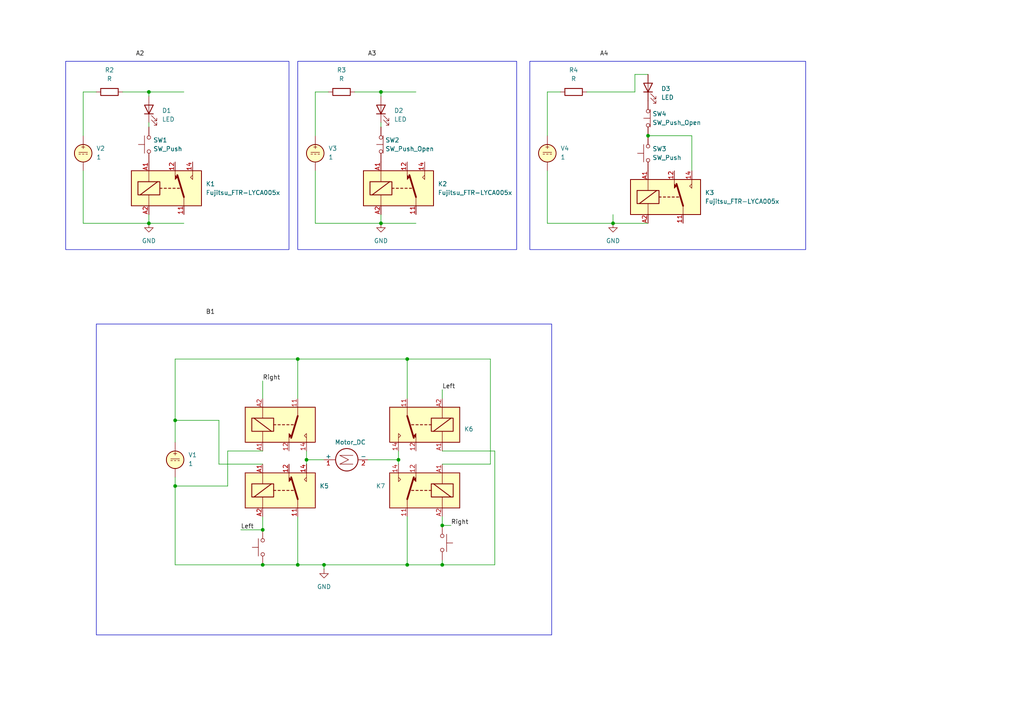
<source format=kicad_sch>
(kicad_sch
	(version 20231120)
	(generator "eeschema")
	(generator_version "8.0")
	(uuid "1839f523-6686-4f13-b2c1-09b01316b0b6")
	(paper "A4")
	(lib_symbols
		(symbol "Device:LED"
			(pin_numbers hide)
			(pin_names
				(offset 1.016) hide)
			(exclude_from_sim no)
			(in_bom yes)
			(on_board yes)
			(property "Reference" "D"
				(at 0 2.54 0)
				(effects
					(font
						(size 1.27 1.27)
					)
				)
			)
			(property "Value" "LED"
				(at 0 -2.54 0)
				(effects
					(font
						(size 1.27 1.27)
					)
				)
			)
			(property "Footprint" ""
				(at 0 0 0)
				(effects
					(font
						(size 1.27 1.27)
					)
					(hide yes)
				)
			)
			(property "Datasheet" "~"
				(at 0 0 0)
				(effects
					(font
						(size 1.27 1.27)
					)
					(hide yes)
				)
			)
			(property "Description" "Light emitting diode"
				(at 0 0 0)
				(effects
					(font
						(size 1.27 1.27)
					)
					(hide yes)
				)
			)
			(property "ki_keywords" "LED diode"
				(at 0 0 0)
				(effects
					(font
						(size 1.27 1.27)
					)
					(hide yes)
				)
			)
			(property "ki_fp_filters" "LED* LED_SMD:* LED_THT:*"
				(at 0 0 0)
				(effects
					(font
						(size 1.27 1.27)
					)
					(hide yes)
				)
			)
			(symbol "LED_0_1"
				(polyline
					(pts
						(xy -1.27 -1.27) (xy -1.27 1.27)
					)
					(stroke
						(width 0.254)
						(type default)
					)
					(fill
						(type none)
					)
				)
				(polyline
					(pts
						(xy -1.27 0) (xy 1.27 0)
					)
					(stroke
						(width 0)
						(type default)
					)
					(fill
						(type none)
					)
				)
				(polyline
					(pts
						(xy 1.27 -1.27) (xy 1.27 1.27) (xy -1.27 0) (xy 1.27 -1.27)
					)
					(stroke
						(width 0.254)
						(type default)
					)
					(fill
						(type none)
					)
				)
				(polyline
					(pts
						(xy -3.048 -0.762) (xy -4.572 -2.286) (xy -3.81 -2.286) (xy -4.572 -2.286) (xy -4.572 -1.524)
					)
					(stroke
						(width 0)
						(type default)
					)
					(fill
						(type none)
					)
				)
				(polyline
					(pts
						(xy -1.778 -0.762) (xy -3.302 -2.286) (xy -2.54 -2.286) (xy -3.302 -2.286) (xy -3.302 -1.524)
					)
					(stroke
						(width 0)
						(type default)
					)
					(fill
						(type none)
					)
				)
			)
			(symbol "LED_1_1"
				(pin passive line
					(at -3.81 0 0)
					(length 2.54)
					(name "K"
						(effects
							(font
								(size 1.27 1.27)
							)
						)
					)
					(number "1"
						(effects
							(font
								(size 1.27 1.27)
							)
						)
					)
				)
				(pin passive line
					(at 3.81 0 180)
					(length 2.54)
					(name "A"
						(effects
							(font
								(size 1.27 1.27)
							)
						)
					)
					(number "2"
						(effects
							(font
								(size 1.27 1.27)
							)
						)
					)
				)
			)
		)
		(symbol "Device:R"
			(pin_numbers hide)
			(pin_names
				(offset 0)
			)
			(exclude_from_sim no)
			(in_bom yes)
			(on_board yes)
			(property "Reference" "R"
				(at 2.032 0 90)
				(effects
					(font
						(size 1.27 1.27)
					)
				)
			)
			(property "Value" "R"
				(at 0 0 90)
				(effects
					(font
						(size 1.27 1.27)
					)
				)
			)
			(property "Footprint" ""
				(at -1.778 0 90)
				(effects
					(font
						(size 1.27 1.27)
					)
					(hide yes)
				)
			)
			(property "Datasheet" "~"
				(at 0 0 0)
				(effects
					(font
						(size 1.27 1.27)
					)
					(hide yes)
				)
			)
			(property "Description" "Resistor"
				(at 0 0 0)
				(effects
					(font
						(size 1.27 1.27)
					)
					(hide yes)
				)
			)
			(property "ki_keywords" "R res resistor"
				(at 0 0 0)
				(effects
					(font
						(size 1.27 1.27)
					)
					(hide yes)
				)
			)
			(property "ki_fp_filters" "R_*"
				(at 0 0 0)
				(effects
					(font
						(size 1.27 1.27)
					)
					(hide yes)
				)
			)
			(symbol "R_0_1"
				(rectangle
					(start -1.016 -2.54)
					(end 1.016 2.54)
					(stroke
						(width 0.254)
						(type default)
					)
					(fill
						(type none)
					)
				)
			)
			(symbol "R_1_1"
				(pin passive line
					(at 0 3.81 270)
					(length 1.27)
					(name "~"
						(effects
							(font
								(size 1.27 1.27)
							)
						)
					)
					(number "1"
						(effects
							(font
								(size 1.27 1.27)
							)
						)
					)
				)
				(pin passive line
					(at 0 -3.81 90)
					(length 1.27)
					(name "~"
						(effects
							(font
								(size 1.27 1.27)
							)
						)
					)
					(number "2"
						(effects
							(font
								(size 1.27 1.27)
							)
						)
					)
				)
			)
		)
		(symbol "Motor:Motor_DC"
			(pin_names
				(offset 0)
			)
			(exclude_from_sim no)
			(in_bom yes)
			(on_board yes)
			(property "Reference" "M"
				(at 2.54 2.54 0)
				(effects
					(font
						(size 1.27 1.27)
					)
					(justify left)
				)
			)
			(property "Value" "Motor_DC"
				(at 2.54 -5.08 0)
				(effects
					(font
						(size 1.27 1.27)
					)
					(justify left top)
				)
			)
			(property "Footprint" ""
				(at 0 -2.286 0)
				(effects
					(font
						(size 1.27 1.27)
					)
					(hide yes)
				)
			)
			(property "Datasheet" "~"
				(at 0 -2.286 0)
				(effects
					(font
						(size 1.27 1.27)
					)
					(hide yes)
				)
			)
			(property "Description" "DC Motor"
				(at 0 0 0)
				(effects
					(font
						(size 1.27 1.27)
					)
					(hide yes)
				)
			)
			(property "ki_keywords" "DC Motor"
				(at 0 0 0)
				(effects
					(font
						(size 1.27 1.27)
					)
					(hide yes)
				)
			)
			(property "ki_fp_filters" "PinHeader*P2.54mm* TerminalBlock*"
				(at 0 0 0)
				(effects
					(font
						(size 1.27 1.27)
					)
					(hide yes)
				)
			)
			(symbol "Motor_DC_0_0"
				(polyline
					(pts
						(xy -1.27 -3.302) (xy -1.27 0.508) (xy 0 -2.032) (xy 1.27 0.508) (xy 1.27 -3.302)
					)
					(stroke
						(width 0)
						(type default)
					)
					(fill
						(type none)
					)
				)
			)
			(symbol "Motor_DC_0_1"
				(circle
					(center 0 -1.524)
					(radius 3.2512)
					(stroke
						(width 0.254)
						(type default)
					)
					(fill
						(type none)
					)
				)
				(polyline
					(pts
						(xy 0 -7.62) (xy 0 -7.112)
					)
					(stroke
						(width 0)
						(type default)
					)
					(fill
						(type none)
					)
				)
				(polyline
					(pts
						(xy 0 -4.7752) (xy 0 -5.1816)
					)
					(stroke
						(width 0)
						(type default)
					)
					(fill
						(type none)
					)
				)
				(polyline
					(pts
						(xy 0 1.7272) (xy 0 2.0828)
					)
					(stroke
						(width 0)
						(type default)
					)
					(fill
						(type none)
					)
				)
				(polyline
					(pts
						(xy 0 2.032) (xy 0 2.54)
					)
					(stroke
						(width 0)
						(type default)
					)
					(fill
						(type none)
					)
				)
			)
			(symbol "Motor_DC_1_1"
				(pin passive line
					(at 0 5.08 270)
					(length 2.54)
					(name "+"
						(effects
							(font
								(size 1.27 1.27)
							)
						)
					)
					(number "1"
						(effects
							(font
								(size 1.27 1.27)
							)
						)
					)
				)
				(pin passive line
					(at 0 -7.62 90)
					(length 2.54)
					(name "-"
						(effects
							(font
								(size 1.27 1.27)
							)
						)
					)
					(number "2"
						(effects
							(font
								(size 1.27 1.27)
							)
						)
					)
				)
			)
		)
		(symbol "Relay:Fujitsu_FTR-LYCA005x"
			(exclude_from_sim no)
			(in_bom yes)
			(on_board yes)
			(property "Reference" "K"
				(at 11.43 3.81 0)
				(effects
					(font
						(size 1.27 1.27)
					)
					(justify left)
				)
			)
			(property "Value" "Fujitsu_FTR-LYCA005x"
				(at 11.43 1.27 0)
				(effects
					(font
						(size 1.27 1.27)
					)
					(justify left)
				)
			)
			(property "Footprint" "Relay_THT:Relay_SPDT_Fujitsu_FTR-LYCA005x_FormC_Vertical"
				(at 11.43 -1.27 0)
				(effects
					(font
						(size 1.27 1.27)
					)
					(justify left)
					(hide yes)
				)
			)
			(property "Datasheet" "https://www.fujitsu.com/sg/imagesgig5/ftr-ly.pdf"
				(at 16.51 -3.81 0)
				(effects
					(font
						(size 1.27 1.27)
					)
					(justify left)
					(hide yes)
				)
			)
			(property "Description" "Relay, SPDT Form C, vertical mount, 5-60V coil, 6A, 250VAC, 28 x 5 x 15mm"
				(at 0 0 0)
				(effects
					(font
						(size 1.27 1.27)
					)
					(hide yes)
				)
			)
			(property "ki_keywords" "6A SPDT Relay"
				(at 0 0 0)
				(effects
					(font
						(size 1.27 1.27)
					)
					(hide yes)
				)
			)
			(property "ki_fp_filters" "Relay*Fujitsu*FTR?LYC*"
				(at 0 0 0)
				(effects
					(font
						(size 1.27 1.27)
					)
					(hide yes)
				)
			)
			(symbol "Fujitsu_FTR-LYCA005x_0_0"
				(polyline
					(pts
						(xy 7.62 5.08) (xy 7.62 2.54) (xy 6.985 3.175) (xy 7.62 3.81)
					)
					(stroke
						(width 0)
						(type default)
					)
					(fill
						(type none)
					)
				)
			)
			(symbol "Fujitsu_FTR-LYCA005x_0_1"
				(rectangle
					(start -10.16 5.08)
					(end 10.16 -5.08)
					(stroke
						(width 0.254)
						(type default)
					)
					(fill
						(type background)
					)
				)
				(rectangle
					(start -8.255 1.905)
					(end -1.905 -1.905)
					(stroke
						(width 0.254)
						(type default)
					)
					(fill
						(type none)
					)
				)
				(polyline
					(pts
						(xy -7.62 -1.905) (xy -2.54 1.905)
					)
					(stroke
						(width 0.254)
						(type default)
					)
					(fill
						(type none)
					)
				)
				(polyline
					(pts
						(xy -5.08 -5.08) (xy -5.08 -1.905)
					)
					(stroke
						(width 0)
						(type default)
					)
					(fill
						(type none)
					)
				)
				(polyline
					(pts
						(xy -5.08 5.08) (xy -5.08 1.905)
					)
					(stroke
						(width 0)
						(type default)
					)
					(fill
						(type none)
					)
				)
				(polyline
					(pts
						(xy -1.905 0) (xy -1.27 0)
					)
					(stroke
						(width 0.254)
						(type default)
					)
					(fill
						(type none)
					)
				)
				(polyline
					(pts
						(xy -0.635 0) (xy 0 0)
					)
					(stroke
						(width 0.254)
						(type default)
					)
					(fill
						(type none)
					)
				)
				(polyline
					(pts
						(xy 0.635 0) (xy 1.27 0)
					)
					(stroke
						(width 0.254)
						(type default)
					)
					(fill
						(type none)
					)
				)
				(polyline
					(pts
						(xy 1.905 0) (xy 2.54 0)
					)
					(stroke
						(width 0.254)
						(type default)
					)
					(fill
						(type none)
					)
				)
				(polyline
					(pts
						(xy 3.175 0) (xy 3.81 0)
					)
					(stroke
						(width 0.254)
						(type default)
					)
					(fill
						(type none)
					)
				)
				(polyline
					(pts
						(xy 5.08 -2.54) (xy 3.175 3.81)
					)
					(stroke
						(width 0.508)
						(type default)
					)
					(fill
						(type none)
					)
				)
				(polyline
					(pts
						(xy 5.08 -2.54) (xy 5.08 -5.08)
					)
					(stroke
						(width 0)
						(type default)
					)
					(fill
						(type none)
					)
				)
				(polyline
					(pts
						(xy 2.54 5.08) (xy 2.54 2.54) (xy 3.175 3.175) (xy 2.54 3.81)
					)
					(stroke
						(width 0)
						(type default)
					)
					(fill
						(type outline)
					)
				)
			)
			(symbol "Fujitsu_FTR-LYCA005x_1_1"
				(pin passive line
					(at 5.08 -7.62 90)
					(length 2.54)
					(name "~"
						(effects
							(font
								(size 1.27 1.27)
							)
						)
					)
					(number "11"
						(effects
							(font
								(size 1.27 1.27)
							)
						)
					)
				)
				(pin passive line
					(at 2.54 7.62 270)
					(length 2.54)
					(name "~"
						(effects
							(font
								(size 1.27 1.27)
							)
						)
					)
					(number "12"
						(effects
							(font
								(size 1.27 1.27)
							)
						)
					)
				)
				(pin passive line
					(at 7.62 7.62 270)
					(length 2.54)
					(name "~"
						(effects
							(font
								(size 1.27 1.27)
							)
						)
					)
					(number "14"
						(effects
							(font
								(size 1.27 1.27)
							)
						)
					)
				)
				(pin passive line
					(at -5.08 7.62 270)
					(length 2.54)
					(name "~"
						(effects
							(font
								(size 1.27 1.27)
							)
						)
					)
					(number "A1"
						(effects
							(font
								(size 1.27 1.27)
							)
						)
					)
				)
				(pin passive line
					(at -5.08 -7.62 90)
					(length 2.54)
					(name "~"
						(effects
							(font
								(size 1.27 1.27)
							)
						)
					)
					(number "A2"
						(effects
							(font
								(size 1.27 1.27)
							)
						)
					)
				)
			)
		)
		(symbol "Simulation_SPICE:VDC"
			(pin_numbers hide)
			(pin_names
				(offset 0.0254)
			)
			(exclude_from_sim no)
			(in_bom yes)
			(on_board yes)
			(property "Reference" "V"
				(at 2.54 2.54 0)
				(effects
					(font
						(size 1.27 1.27)
					)
					(justify left)
				)
			)
			(property "Value" "1"
				(at 2.54 0 0)
				(effects
					(font
						(size 1.27 1.27)
					)
					(justify left)
				)
			)
			(property "Footprint" ""
				(at 0 0 0)
				(effects
					(font
						(size 1.27 1.27)
					)
					(hide yes)
				)
			)
			(property "Datasheet" "https://ngspice.sourceforge.io/docs/ngspice-html-manual/manual.xhtml#sec_Independent_Sources_for"
				(at 0 0 0)
				(effects
					(font
						(size 1.27 1.27)
					)
					(hide yes)
				)
			)
			(property "Description" "Voltage source, DC"
				(at 0 0 0)
				(effects
					(font
						(size 1.27 1.27)
					)
					(hide yes)
				)
			)
			(property "Sim.Pins" "1=+ 2=-"
				(at 0 0 0)
				(effects
					(font
						(size 1.27 1.27)
					)
					(hide yes)
				)
			)
			(property "Sim.Type" "DC"
				(at 0 0 0)
				(effects
					(font
						(size 1.27 1.27)
					)
					(hide yes)
				)
			)
			(property "Sim.Device" "V"
				(at 0 0 0)
				(effects
					(font
						(size 1.27 1.27)
					)
					(justify left)
					(hide yes)
				)
			)
			(property "ki_keywords" "simulation"
				(at 0 0 0)
				(effects
					(font
						(size 1.27 1.27)
					)
					(hide yes)
				)
			)
			(symbol "VDC_0_0"
				(polyline
					(pts
						(xy -1.27 0.254) (xy 1.27 0.254)
					)
					(stroke
						(width 0)
						(type default)
					)
					(fill
						(type none)
					)
				)
				(polyline
					(pts
						(xy -0.762 -0.254) (xy -1.27 -0.254)
					)
					(stroke
						(width 0)
						(type default)
					)
					(fill
						(type none)
					)
				)
				(polyline
					(pts
						(xy 0.254 -0.254) (xy -0.254 -0.254)
					)
					(stroke
						(width 0)
						(type default)
					)
					(fill
						(type none)
					)
				)
				(polyline
					(pts
						(xy 1.27 -0.254) (xy 0.762 -0.254)
					)
					(stroke
						(width 0)
						(type default)
					)
					(fill
						(type none)
					)
				)
				(text "+"
					(at 0 1.905 0)
					(effects
						(font
							(size 1.27 1.27)
						)
					)
				)
			)
			(symbol "VDC_0_1"
				(circle
					(center 0 0)
					(radius 2.54)
					(stroke
						(width 0.254)
						(type default)
					)
					(fill
						(type background)
					)
				)
			)
			(symbol "VDC_1_1"
				(pin passive line
					(at 0 5.08 270)
					(length 2.54)
					(name "~"
						(effects
							(font
								(size 1.27 1.27)
							)
						)
					)
					(number "1"
						(effects
							(font
								(size 1.27 1.27)
							)
						)
					)
				)
				(pin passive line
					(at 0 -5.08 90)
					(length 2.54)
					(name "~"
						(effects
							(font
								(size 1.27 1.27)
							)
						)
					)
					(number "2"
						(effects
							(font
								(size 1.27 1.27)
							)
						)
					)
				)
			)
		)
		(symbol "Switch:SW_Push"
			(pin_numbers hide)
			(pin_names
				(offset 1.016) hide)
			(exclude_from_sim no)
			(in_bom yes)
			(on_board yes)
			(property "Reference" "SW"
				(at 1.27 2.54 0)
				(effects
					(font
						(size 1.27 1.27)
					)
					(justify left)
				)
			)
			(property "Value" "SW_Push"
				(at 0 -1.524 0)
				(effects
					(font
						(size 1.27 1.27)
					)
				)
			)
			(property "Footprint" ""
				(at 0 5.08 0)
				(effects
					(font
						(size 1.27 1.27)
					)
					(hide yes)
				)
			)
			(property "Datasheet" "~"
				(at 0 5.08 0)
				(effects
					(font
						(size 1.27 1.27)
					)
					(hide yes)
				)
			)
			(property "Description" "Push button switch, generic, two pins"
				(at 0 0 0)
				(effects
					(font
						(size 1.27 1.27)
					)
					(hide yes)
				)
			)
			(property "ki_keywords" "switch normally-open pushbutton push-button"
				(at 0 0 0)
				(effects
					(font
						(size 1.27 1.27)
					)
					(hide yes)
				)
			)
			(symbol "SW_Push_0_1"
				(circle
					(center -2.032 0)
					(radius 0.508)
					(stroke
						(width 0)
						(type default)
					)
					(fill
						(type none)
					)
				)
				(polyline
					(pts
						(xy 0 1.27) (xy 0 3.048)
					)
					(stroke
						(width 0)
						(type default)
					)
					(fill
						(type none)
					)
				)
				(polyline
					(pts
						(xy 2.54 1.27) (xy -2.54 1.27)
					)
					(stroke
						(width 0)
						(type default)
					)
					(fill
						(type none)
					)
				)
				(circle
					(center 2.032 0)
					(radius 0.508)
					(stroke
						(width 0)
						(type default)
					)
					(fill
						(type none)
					)
				)
				(pin passive line
					(at -5.08 0 0)
					(length 2.54)
					(name "1"
						(effects
							(font
								(size 1.27 1.27)
							)
						)
					)
					(number "1"
						(effects
							(font
								(size 1.27 1.27)
							)
						)
					)
				)
				(pin passive line
					(at 5.08 0 180)
					(length 2.54)
					(name "2"
						(effects
							(font
								(size 1.27 1.27)
							)
						)
					)
					(number "2"
						(effects
							(font
								(size 1.27 1.27)
							)
						)
					)
				)
			)
		)
		(symbol "Switch:SW_Push_Open"
			(pin_numbers hide)
			(pin_names
				(offset 1.016) hide)
			(exclude_from_sim no)
			(in_bom yes)
			(on_board yes)
			(property "Reference" "SW"
				(at 0 2.54 0)
				(effects
					(font
						(size 1.27 1.27)
					)
				)
			)
			(property "Value" "SW_Push_Open"
				(at 0 -1.905 0)
				(effects
					(font
						(size 1.27 1.27)
					)
				)
			)
			(property "Footprint" ""
				(at 0 5.08 0)
				(effects
					(font
						(size 1.27 1.27)
					)
					(hide yes)
				)
			)
			(property "Datasheet" "~"
				(at 0 5.08 0)
				(effects
					(font
						(size 1.27 1.27)
					)
					(hide yes)
				)
			)
			(property "Description" "Push button switch, push-to-open, generic, two pins"
				(at 0 0 0)
				(effects
					(font
						(size 1.27 1.27)
					)
					(hide yes)
				)
			)
			(property "ki_keywords" "switch normally-closed pushbutton push-button"
				(at 0 0 0)
				(effects
					(font
						(size 1.27 1.27)
					)
					(hide yes)
				)
			)
			(symbol "SW_Push_Open_0_1"
				(circle
					(center -2.032 0)
					(radius 0.508)
					(stroke
						(width 0)
						(type default)
					)
					(fill
						(type none)
					)
				)
				(polyline
					(pts
						(xy -2.54 -0.635) (xy 2.54 -0.635)
					)
					(stroke
						(width 0)
						(type default)
					)
					(fill
						(type none)
					)
				)
				(polyline
					(pts
						(xy 0 -0.635) (xy 0 1.27)
					)
					(stroke
						(width 0)
						(type default)
					)
					(fill
						(type none)
					)
				)
				(circle
					(center 2.032 0)
					(radius 0.508)
					(stroke
						(width 0)
						(type default)
					)
					(fill
						(type none)
					)
				)
				(pin passive line
					(at -5.08 0 0)
					(length 2.54)
					(name "A"
						(effects
							(font
								(size 1.27 1.27)
							)
						)
					)
					(number "1"
						(effects
							(font
								(size 1.27 1.27)
							)
						)
					)
				)
			)
			(symbol "SW_Push_Open_1_1"
				(pin passive line
					(at 5.08 0 180)
					(length 2.54)
					(name "B"
						(effects
							(font
								(size 1.27 1.27)
							)
						)
					)
					(number "2"
						(effects
							(font
								(size 1.27 1.27)
							)
						)
					)
				)
			)
		)
		(symbol "power:GND"
			(power)
			(pin_numbers hide)
			(pin_names
				(offset 0) hide)
			(exclude_from_sim no)
			(in_bom yes)
			(on_board yes)
			(property "Reference" "#PWR"
				(at 0 -6.35 0)
				(effects
					(font
						(size 1.27 1.27)
					)
					(hide yes)
				)
			)
			(property "Value" "GND"
				(at 0 -3.81 0)
				(effects
					(font
						(size 1.27 1.27)
					)
				)
			)
			(property "Footprint" ""
				(at 0 0 0)
				(effects
					(font
						(size 1.27 1.27)
					)
					(hide yes)
				)
			)
			(property "Datasheet" ""
				(at 0 0 0)
				(effects
					(font
						(size 1.27 1.27)
					)
					(hide yes)
				)
			)
			(property "Description" "Power symbol creates a global label with name \"GND\" , ground"
				(at 0 0 0)
				(effects
					(font
						(size 1.27 1.27)
					)
					(hide yes)
				)
			)
			(property "ki_keywords" "global power"
				(at 0 0 0)
				(effects
					(font
						(size 1.27 1.27)
					)
					(hide yes)
				)
			)
			(symbol "GND_0_1"
				(polyline
					(pts
						(xy 0 0) (xy 0 -1.27) (xy 1.27 -1.27) (xy 0 -2.54) (xy -1.27 -1.27) (xy 0 -1.27)
					)
					(stroke
						(width 0)
						(type default)
					)
					(fill
						(type none)
					)
				)
			)
			(symbol "GND_1_1"
				(pin power_in line
					(at 0 0 270)
					(length 0)
					(name "~"
						(effects
							(font
								(size 1.27 1.27)
							)
						)
					)
					(number "1"
						(effects
							(font
								(size 1.27 1.27)
							)
						)
					)
				)
			)
		)
	)
	(junction
		(at 86.36 104.14)
		(diameter 0)
		(color 0 0 0 0)
		(uuid "0202e6d0-fd0a-44a6-9061-9d6b9213bebd")
	)
	(junction
		(at 128.27 152.4)
		(diameter 0)
		(color 0 0 0 0)
		(uuid "06228b77-4326-4ad3-adca-a8eafe6b1900")
	)
	(junction
		(at 115.57 133.35)
		(diameter 0)
		(color 0 0 0 0)
		(uuid "0b4d52e2-7611-4aef-bd3f-a606cff1ba20")
	)
	(junction
		(at 76.2 163.83)
		(diameter 0)
		(color 0 0 0 0)
		(uuid "13270869-eb11-4727-b21b-8fa7990d0a00")
	)
	(junction
		(at 118.11 104.14)
		(diameter 0)
		(color 0 0 0 0)
		(uuid "21ea015c-4f5a-4504-b06b-41ca339495eb")
	)
	(junction
		(at 86.36 163.83)
		(diameter 0)
		(color 0 0 0 0)
		(uuid "26fa4175-4c0b-43c6-b455-46a082b4b3e7")
	)
	(junction
		(at 110.49 64.77)
		(diameter 0)
		(color 0 0 0 0)
		(uuid "33b0a32a-7436-4c05-bf33-9eeb35fce8dd")
	)
	(junction
		(at 50.8 140.97)
		(diameter 0)
		(color 0 0 0 0)
		(uuid "3d3c01b9-6b2a-45af-ad84-dfee307d1576")
	)
	(junction
		(at 110.49 26.67)
		(diameter 0)
		(color 0 0 0 0)
		(uuid "51bd3a83-3d8b-4875-ae44-f6ada03e33d0")
	)
	(junction
		(at 43.18 26.67)
		(diameter 0)
		(color 0 0 0 0)
		(uuid "6c14dd7d-5914-44e0-b96a-bbac43a0cf96")
	)
	(junction
		(at 76.2 153.67)
		(diameter 0)
		(color 0 0 0 0)
		(uuid "7cd30bc2-8332-452d-84d2-311fe1cb01a0")
	)
	(junction
		(at 128.27 163.83)
		(diameter 0)
		(color 0 0 0 0)
		(uuid "8c3e47ef-e77b-4631-8c57-a76095fe542f")
	)
	(junction
		(at 93.98 163.83)
		(diameter 0)
		(color 0 0 0 0)
		(uuid "9a2b65d9-52ab-40bc-9954-398bce0dee07")
	)
	(junction
		(at 50.8 121.92)
		(diameter 0)
		(color 0 0 0 0)
		(uuid "c0525043-de12-466d-9738-d7d62b754367")
	)
	(junction
		(at 177.8 64.77)
		(diameter 0)
		(color 0 0 0 0)
		(uuid "cb99f18e-3f5c-4b0c-8afb-f3cbc941fb24")
	)
	(junction
		(at 43.18 64.77)
		(diameter 0)
		(color 0 0 0 0)
		(uuid "d2e6c3d8-c8db-4537-8af0-5cabeac5a804")
	)
	(junction
		(at 88.9 133.35)
		(diameter 0)
		(color 0 0 0 0)
		(uuid "dd6c9f2a-21c5-435b-8943-9f95d8ddc4b6")
	)
	(junction
		(at 118.11 163.83)
		(diameter 0)
		(color 0 0 0 0)
		(uuid "e68824d9-5cb7-4259-93aa-fb8165c2e167")
	)
	(junction
		(at 187.96 39.37)
		(diameter 0)
		(color 0 0 0 0)
		(uuid "ef757cc9-d0fa-48f1-ac67-aa288f2f0062")
	)
	(wire
		(pts
			(xy 76.2 163.83) (xy 86.36 163.83)
		)
		(stroke
			(width 0)
			(type default)
		)
		(uuid "04d21355-7e79-46d3-8fcb-849a4366ab91")
	)
	(wire
		(pts
			(xy 115.57 130.81) (xy 115.57 133.35)
		)
		(stroke
			(width 0)
			(type default)
		)
		(uuid "05c0e2c2-2efd-4bd1-b76b-e320b9d6f7ad")
	)
	(wire
		(pts
			(xy 143.51 130.81) (xy 143.51 163.83)
		)
		(stroke
			(width 0)
			(type default)
		)
		(uuid "08b62920-6a2c-480e-9fbe-98f75da9208a")
	)
	(wire
		(pts
			(xy 200.66 39.37) (xy 187.96 39.37)
		)
		(stroke
			(width 0)
			(type default)
		)
		(uuid "0cbfa870-7b8e-4d2e-8333-b3109a2eccdb")
	)
	(wire
		(pts
			(xy 88.9 133.35) (xy 88.9 134.62)
		)
		(stroke
			(width 0)
			(type default)
		)
		(uuid "10d652f7-f3fc-40ac-9c60-081f459d2e08")
	)
	(wire
		(pts
			(xy 63.5 121.92) (xy 50.8 121.92)
		)
		(stroke
			(width 0)
			(type default)
		)
		(uuid "17324db4-9a94-45b0-af77-f36f1e06e02e")
	)
	(wire
		(pts
			(xy 43.18 26.67) (xy 43.18 27.94)
		)
		(stroke
			(width 0)
			(type default)
		)
		(uuid "1ddb8a21-0205-4aff-bcad-b72586d2dcd7")
	)
	(wire
		(pts
			(xy 177.8 62.23) (xy 177.8 64.77)
		)
		(stroke
			(width 0)
			(type default)
		)
		(uuid "1f9e437a-42a8-4960-bb96-d8f1cf6296c0")
	)
	(wire
		(pts
			(xy 110.49 26.67) (xy 120.65 26.67)
		)
		(stroke
			(width 0)
			(type default)
		)
		(uuid "2041fe45-2398-4eb8-b727-645ede0882d5")
	)
	(wire
		(pts
			(xy 177.8 64.77) (xy 187.96 64.77)
		)
		(stroke
			(width 0)
			(type default)
		)
		(uuid "20f04dbf-70f6-40c2-a896-ab7cb978336a")
	)
	(wire
		(pts
			(xy 66.04 130.81) (xy 66.04 140.97)
		)
		(stroke
			(width 0)
			(type default)
		)
		(uuid "2113b3e8-a849-4c4a-8500-24dcd53e7202")
	)
	(wire
		(pts
			(xy 24.13 26.67) (xy 27.94 26.67)
		)
		(stroke
			(width 0)
			(type default)
		)
		(uuid "25f4107b-c083-4471-ab5e-fbd30343370c")
	)
	(wire
		(pts
			(xy 69.85 153.67) (xy 76.2 153.67)
		)
		(stroke
			(width 0)
			(type default)
		)
		(uuid "274732b5-2e64-44e9-b441-6726dca1dc17")
	)
	(wire
		(pts
			(xy 158.75 26.67) (xy 158.75 39.37)
		)
		(stroke
			(width 0)
			(type default)
		)
		(uuid "280dbd10-05f8-4064-891f-4f63e7fa7640")
	)
	(wire
		(pts
			(xy 76.2 110.49) (xy 76.2 115.57)
		)
		(stroke
			(width 0)
			(type default)
		)
		(uuid "379f1adf-17e0-4e50-9317-f908b3c82fb3")
	)
	(wire
		(pts
			(xy 110.49 62.23) (xy 110.49 64.77)
		)
		(stroke
			(width 0)
			(type default)
		)
		(uuid "3858f3be-cf23-4f92-b70d-909bef934c07")
	)
	(wire
		(pts
			(xy 86.36 104.14) (xy 118.11 104.14)
		)
		(stroke
			(width 0)
			(type default)
		)
		(uuid "38a0f6f5-08c1-42e9-9dab-da457901c663")
	)
	(wire
		(pts
			(xy 93.98 163.83) (xy 118.11 163.83)
		)
		(stroke
			(width 0)
			(type default)
		)
		(uuid "3abea117-77fc-4d41-b803-28b2b9796078")
	)
	(wire
		(pts
			(xy 43.18 64.77) (xy 53.34 64.77)
		)
		(stroke
			(width 0)
			(type default)
		)
		(uuid "44ec8022-6dee-4879-95d2-6fc79950c6c4")
	)
	(wire
		(pts
			(xy 50.8 104.14) (xy 50.8 121.92)
		)
		(stroke
			(width 0)
			(type default)
		)
		(uuid "4798ac96-9469-46ec-9c33-4af37996d9db")
	)
	(wire
		(pts
			(xy 76.2 149.86) (xy 76.2 153.67)
		)
		(stroke
			(width 0)
			(type default)
		)
		(uuid "48becfe5-a3ed-485c-9435-f93e258c41c4")
	)
	(wire
		(pts
			(xy 118.11 149.86) (xy 118.11 163.83)
		)
		(stroke
			(width 0)
			(type default)
		)
		(uuid "53779e98-686f-43cc-94cc-09dd3f87af4d")
	)
	(wire
		(pts
			(xy 115.57 133.35) (xy 106.68 133.35)
		)
		(stroke
			(width 0)
			(type default)
		)
		(uuid "558f7576-53ec-4b8c-8926-24f4401a31d7")
	)
	(wire
		(pts
			(xy 110.49 26.67) (xy 110.49 27.94)
		)
		(stroke
			(width 0)
			(type default)
		)
		(uuid "5981ad8f-6b9a-41d1-b1f3-3f4109d644f6")
	)
	(wire
		(pts
			(xy 128.27 162.56) (xy 128.27 163.83)
		)
		(stroke
			(width 0)
			(type default)
		)
		(uuid "5bd5fb77-61de-4468-89ea-34f817f37d26")
	)
	(wire
		(pts
			(xy 86.36 104.14) (xy 86.36 115.57)
		)
		(stroke
			(width 0)
			(type default)
		)
		(uuid "5caec9dc-d393-4f28-a554-02379b25f210")
	)
	(wire
		(pts
			(xy 142.24 104.14) (xy 118.11 104.14)
		)
		(stroke
			(width 0)
			(type default)
		)
		(uuid "60b19860-f4cf-4e76-b017-660721ab739c")
	)
	(wire
		(pts
			(xy 170.18 26.67) (xy 184.15 26.67)
		)
		(stroke
			(width 0)
			(type default)
		)
		(uuid "61278d4b-6a72-4288-a7d5-01b025b2a730")
	)
	(wire
		(pts
			(xy 200.66 49.53) (xy 200.66 39.37)
		)
		(stroke
			(width 0)
			(type default)
		)
		(uuid "6a0ea395-88d5-4ca3-91cb-40a22d4473b4")
	)
	(wire
		(pts
			(xy 128.27 163.83) (xy 143.51 163.83)
		)
		(stroke
			(width 0)
			(type default)
		)
		(uuid "6e72077e-e891-4d32-b503-258348bb082e")
	)
	(wire
		(pts
			(xy 102.87 26.67) (xy 110.49 26.67)
		)
		(stroke
			(width 0)
			(type default)
		)
		(uuid "7603de8c-5ae2-472f-bf5a-994997cc98c0")
	)
	(wire
		(pts
			(xy 50.8 104.14) (xy 86.36 104.14)
		)
		(stroke
			(width 0)
			(type default)
		)
		(uuid "76ba0495-88c4-4f32-aefb-9cafe91c6b79")
	)
	(wire
		(pts
			(xy 184.15 21.59) (xy 187.96 21.59)
		)
		(stroke
			(width 0)
			(type default)
		)
		(uuid "79356c21-c3f1-4328-bc70-8046889ffe47")
	)
	(wire
		(pts
			(xy 43.18 36.83) (xy 43.18 35.56)
		)
		(stroke
			(width 0)
			(type default)
		)
		(uuid "7d1b44a9-575c-432e-b7cd-96a54a54fc1d")
	)
	(wire
		(pts
			(xy 63.5 134.62) (xy 63.5 121.92)
		)
		(stroke
			(width 0)
			(type default)
		)
		(uuid "7e816e15-0682-4917-96bb-ae844222ca69")
	)
	(wire
		(pts
			(xy 50.8 140.97) (xy 50.8 163.83)
		)
		(stroke
			(width 0)
			(type default)
		)
		(uuid "80c4fed5-e5d5-41e1-8bb8-3604072468b9")
	)
	(wire
		(pts
			(xy 24.13 26.67) (xy 24.13 39.37)
		)
		(stroke
			(width 0)
			(type default)
		)
		(uuid "81d57788-8490-44aa-b91e-dadede617f72")
	)
	(wire
		(pts
			(xy 91.44 26.67) (xy 91.44 39.37)
		)
		(stroke
			(width 0)
			(type default)
		)
		(uuid "8462a853-cd40-42e1-a40c-9aa67b5485ff")
	)
	(wire
		(pts
			(xy 24.13 64.77) (xy 43.18 64.77)
		)
		(stroke
			(width 0)
			(type default)
		)
		(uuid "8b9a2060-cee2-4d9d-a4c7-04abf5044bb5")
	)
	(wire
		(pts
			(xy 86.36 163.83) (xy 93.98 163.83)
		)
		(stroke
			(width 0)
			(type default)
		)
		(uuid "8ef9f78f-ae2b-4ede-b7e8-9d1b10d33557")
	)
	(wire
		(pts
			(xy 128.27 149.86) (xy 128.27 152.4)
		)
		(stroke
			(width 0)
			(type default)
		)
		(uuid "93804cc0-f7b2-4fc6-8781-48151fd3f045")
	)
	(wire
		(pts
			(xy 115.57 133.35) (xy 115.57 134.62)
		)
		(stroke
			(width 0)
			(type default)
		)
		(uuid "99089383-406a-48d5-a7be-8bc284d073f6")
	)
	(wire
		(pts
			(xy 110.49 64.77) (xy 120.65 64.77)
		)
		(stroke
			(width 0)
			(type default)
		)
		(uuid "9a062c37-b310-4272-a245-9c0e8b21d7f8")
	)
	(wire
		(pts
			(xy 158.75 26.67) (xy 162.56 26.67)
		)
		(stroke
			(width 0)
			(type default)
		)
		(uuid "9ec3767e-2301-4137-af22-3b8ddd4f7fac")
	)
	(wire
		(pts
			(xy 128.27 113.03) (xy 128.27 115.57)
		)
		(stroke
			(width 0)
			(type default)
		)
		(uuid "a11fe234-d4b9-45d5-93ca-0acb841cbcb5")
	)
	(wire
		(pts
			(xy 50.8 138.43) (xy 50.8 140.97)
		)
		(stroke
			(width 0)
			(type default)
		)
		(uuid "abd6c674-a9b8-4ed3-92e5-965e2a2ded5b")
	)
	(wire
		(pts
			(xy 118.11 163.83) (xy 128.27 163.83)
		)
		(stroke
			(width 0)
			(type default)
		)
		(uuid "b039aecf-44e8-4649-b586-3b6d038d66ae")
	)
	(wire
		(pts
			(xy 66.04 140.97) (xy 50.8 140.97)
		)
		(stroke
			(width 0)
			(type default)
		)
		(uuid "b0e80364-406b-49b1-9eb0-3a3b39e7f4a4")
	)
	(wire
		(pts
			(xy 88.9 130.81) (xy 88.9 133.35)
		)
		(stroke
			(width 0)
			(type default)
		)
		(uuid "b12b4e36-dfe3-47f1-8ae2-65c9193fa286")
	)
	(wire
		(pts
			(xy 91.44 64.77) (xy 110.49 64.77)
		)
		(stroke
			(width 0)
			(type default)
		)
		(uuid "b48692a0-8ec3-48ac-894a-1c757f8af6f6")
	)
	(wire
		(pts
			(xy 35.56 26.67) (xy 43.18 26.67)
		)
		(stroke
			(width 0)
			(type default)
		)
		(uuid "b6e362bc-a780-44f7-aa0a-340030413630")
	)
	(wire
		(pts
			(xy 184.15 26.67) (xy 184.15 21.59)
		)
		(stroke
			(width 0)
			(type default)
		)
		(uuid "b8fbea30-1e47-45f3-9cab-ee2fa99f7a1a")
	)
	(wire
		(pts
			(xy 50.8 163.83) (xy 76.2 163.83)
		)
		(stroke
			(width 0)
			(type default)
		)
		(uuid "c0f433ff-6bff-4978-900f-8a3a7ba9bb6a")
	)
	(wire
		(pts
			(xy 91.44 64.77) (xy 91.44 49.53)
		)
		(stroke
			(width 0)
			(type default)
		)
		(uuid "c52905ab-74e7-4ff5-b76f-deb89371b7b1")
	)
	(wire
		(pts
			(xy 118.11 104.14) (xy 118.11 115.57)
		)
		(stroke
			(width 0)
			(type default)
		)
		(uuid "cbab893a-a615-437f-80c2-65c59b044276")
	)
	(wire
		(pts
			(xy 158.75 64.77) (xy 177.8 64.77)
		)
		(stroke
			(width 0)
			(type default)
		)
		(uuid "ccbee51d-d984-4bb2-ada6-4d0bafc4dc35")
	)
	(wire
		(pts
			(xy 142.24 134.62) (xy 142.24 104.14)
		)
		(stroke
			(width 0)
			(type default)
		)
		(uuid "cf2435e2-ed2f-4e09-b4b2-ce6dc648d4e8")
	)
	(wire
		(pts
			(xy 128.27 134.62) (xy 142.24 134.62)
		)
		(stroke
			(width 0)
			(type default)
		)
		(uuid "d76d68c9-5b45-4dd2-93c5-504183dad7e4")
	)
	(wire
		(pts
			(xy 91.44 26.67) (xy 95.25 26.67)
		)
		(stroke
			(width 0)
			(type default)
		)
		(uuid "da60a809-91b7-45e9-b4ef-6eba916144c2")
	)
	(wire
		(pts
			(xy 158.75 64.77) (xy 158.75 49.53)
		)
		(stroke
			(width 0)
			(type default)
		)
		(uuid "ddac5537-0c31-4991-927d-89bf4685731e")
	)
	(wire
		(pts
			(xy 86.36 149.86) (xy 86.36 163.83)
		)
		(stroke
			(width 0)
			(type default)
		)
		(uuid "deb23ea0-2c3e-40dc-9891-ab3025dfda36")
	)
	(wire
		(pts
			(xy 93.98 163.83) (xy 93.98 165.1)
		)
		(stroke
			(width 0)
			(type default)
		)
		(uuid "e0b539d7-f08b-4e86-89a9-0388bf72b3f6")
	)
	(wire
		(pts
			(xy 110.49 36.83) (xy 110.49 35.56)
		)
		(stroke
			(width 0)
			(type default)
		)
		(uuid "e1ce5f4d-eba6-4d07-b3f9-a5d23aa33457")
	)
	(wire
		(pts
			(xy 50.8 121.92) (xy 50.8 128.27)
		)
		(stroke
			(width 0)
			(type default)
		)
		(uuid "e6df3a2e-af3e-4603-afad-8873487bed4a")
	)
	(wire
		(pts
			(xy 128.27 130.81) (xy 143.51 130.81)
		)
		(stroke
			(width 0)
			(type default)
		)
		(uuid "e9eb0030-8332-4126-8403-374e286e754b")
	)
	(wire
		(pts
			(xy 43.18 26.67) (xy 53.34 26.67)
		)
		(stroke
			(width 0)
			(type default)
		)
		(uuid "f3188a77-0696-4174-9e13-cb586d737c34")
	)
	(wire
		(pts
			(xy 76.2 134.62) (xy 63.5 134.62)
		)
		(stroke
			(width 0)
			(type default)
		)
		(uuid "f39f861a-3e56-44e9-b868-32af66ece28e")
	)
	(wire
		(pts
			(xy 24.13 64.77) (xy 24.13 49.53)
		)
		(stroke
			(width 0)
			(type default)
		)
		(uuid "f828cc94-8798-4fc6-8e8e-a778e2177eca")
	)
	(wire
		(pts
			(xy 76.2 130.81) (xy 66.04 130.81)
		)
		(stroke
			(width 0)
			(type default)
		)
		(uuid "fa1f8189-8b61-4abf-98e4-e4e443252511")
	)
	(wire
		(pts
			(xy 88.9 133.35) (xy 93.98 133.35)
		)
		(stroke
			(width 0)
			(type default)
		)
		(uuid "fa344efc-f3b0-4d02-9c48-e99b25d4eb1e")
	)
	(wire
		(pts
			(xy 43.18 62.23) (xy 43.18 64.77)
		)
		(stroke
			(width 0)
			(type default)
		)
		(uuid "ff60d8f9-5f37-4309-beb3-e3ecc50fbc63")
	)
	(wire
		(pts
			(xy 128.27 152.4) (xy 130.81 152.4)
		)
		(stroke
			(width 0)
			(type default)
		)
		(uuid "ff9f30b9-8daf-4155-aaaf-753430cf682f")
	)
	(rectangle
		(start 153.67 17.78)
		(end 233.68 72.39)
		(stroke
			(width 0)
			(type default)
		)
		(fill
			(type none)
		)
		(uuid 0ec80c81-51f1-48d9-ac61-79bd5bd048be)
	)
	(rectangle
		(start 86.36 17.78)
		(end 149.86 72.39)
		(stroke
			(width 0)
			(type default)
		)
		(fill
			(type none)
		)
		(uuid 39153ec7-3a45-47ff-a368-241484a93f40)
	)
	(rectangle
		(start 19.05 17.78)
		(end 83.82 72.39)
		(stroke
			(width 0)
			(type default)
		)
		(fill
			(type none)
		)
		(uuid 955ded99-97ba-41dd-a080-28325de4e1ca)
	)
	(rectangle
		(start 27.94 93.98)
		(end 160.02 184.15)
		(stroke
			(width 0)
			(type default)
		)
		(fill
			(type none)
		)
		(uuid a60dc139-5109-49c0-ac3a-ad67b4a07c8f)
	)
	(label "Right"
		(at 76.2 110.49 0)
		(fields_autoplaced yes)
		(effects
			(font
				(size 1.27 1.27)
			)
			(justify left bottom)
		)
		(uuid "3bc56c8a-2ad0-4ee0-8464-c53f9c945ad9")
	)
	(label "A2"
		(at 39.37 16.51 0)
		(fields_autoplaced yes)
		(effects
			(font
				(size 1.27 1.27)
			)
			(justify left bottom)
		)
		(uuid "b2b4c146-6e8d-4c27-abf6-80669e2a18fa")
	)
	(label "A3"
		(at 106.68 16.51 0)
		(fields_autoplaced yes)
		(effects
			(font
				(size 1.27 1.27)
			)
			(justify left bottom)
		)
		(uuid "b7ac512f-da1e-4604-8a11-bce72aeb8716")
	)
	(label "B1"
		(at 59.69 91.44 0)
		(fields_autoplaced yes)
		(effects
			(font
				(size 1.27 1.27)
			)
			(justify left bottom)
		)
		(uuid "bae7f6d1-6e54-48ce-9fea-041718bcfb30")
	)
	(label "Right"
		(at 130.81 152.4 0)
		(fields_autoplaced yes)
		(effects
			(font
				(size 1.27 1.27)
			)
			(justify left bottom)
		)
		(uuid "e1220c3a-df92-457d-930f-801d5544d99b")
	)
	(label "Left"
		(at 69.85 153.67 0)
		(fields_autoplaced yes)
		(effects
			(font
				(size 1.27 1.27)
			)
			(justify left bottom)
		)
		(uuid "e4ffdf1b-b36e-4bb5-afa6-14474acc3ae7")
	)
	(label "Left"
		(at 128.27 113.03 0)
		(fields_autoplaced yes)
		(effects
			(font
				(size 1.27 1.27)
			)
			(justify left bottom)
		)
		(uuid "f440a947-681f-4ff0-aa2d-cfb55617896e")
	)
	(label "A4"
		(at 173.99 16.51 0)
		(fields_autoplaced yes)
		(effects
			(font
				(size 1.27 1.27)
			)
			(justify left bottom)
		)
		(uuid "fbceb1be-ba19-48a8-a8bb-56e7711627ad")
	)
	(symbol
		(lib_id "Relay:Fujitsu_FTR-LYCA005x")
		(at 193.04 57.15 0)
		(unit 1)
		(exclude_from_sim no)
		(in_bom yes)
		(on_board yes)
		(dnp no)
		(fields_autoplaced yes)
		(uuid "03f739e8-305b-4d81-b58b-3baf4738ff44")
		(property "Reference" "K3"
			(at 204.47 55.8799 0)
			(effects
				(font
					(size 1.27 1.27)
				)
				(justify left)
			)
		)
		(property "Value" "Fujitsu_FTR-LYCA005x"
			(at 204.47 58.4199 0)
			(effects
				(font
					(size 1.27 1.27)
				)
				(justify left)
			)
		)
		(property "Footprint" "Relay_THT:Relay_SPDT_Fujitsu_FTR-LYCA005x_FormC_Vertical"
			(at 204.47 58.42 0)
			(effects
				(font
					(size 1.27 1.27)
				)
				(justify left)
				(hide yes)
			)
		)
		(property "Datasheet" "https://www.fujitsu.com/sg/imagesgig5/ftr-ly.pdf"
			(at 209.55 60.96 0)
			(effects
				(font
					(size 1.27 1.27)
				)
				(justify left)
				(hide yes)
			)
		)
		(property "Description" "Relay, SPDT Form C, vertical mount, 5-60V coil, 6A, 250VAC, 28 x 5 x 15mm"
			(at 193.04 57.15 0)
			(effects
				(font
					(size 1.27 1.27)
				)
				(hide yes)
			)
		)
		(pin "14"
			(uuid "8f539fb9-f67c-4560-ac51-9973bde9f88d")
		)
		(pin "A1"
			(uuid "1afa53a5-5ce5-45dd-9014-890742a4da03")
		)
		(pin "A2"
			(uuid "02a3c90f-4bfd-458a-9e01-e5a99da8d248")
		)
		(pin "12"
			(uuid "bfc74d06-d237-49e5-a3f7-a42fc3cd22d4")
		)
		(pin "11"
			(uuid "cfaf279d-b459-48aa-af2c-e9037a419dc4")
		)
		(instances
			(project "Lab 1"
				(path "/1839f523-6686-4f13-b2c1-09b01316b0b6"
					(reference "K3")
					(unit 1)
				)
			)
		)
	)
	(symbol
		(lib_id "Device:R")
		(at 166.37 26.67 90)
		(unit 1)
		(exclude_from_sim no)
		(in_bom yes)
		(on_board yes)
		(dnp no)
		(fields_autoplaced yes)
		(uuid "0747f639-d4d4-4782-8ff0-f4e5b60cfc99")
		(property "Reference" "R4"
			(at 166.37 20.32 90)
			(effects
				(font
					(size 1.27 1.27)
				)
			)
		)
		(property "Value" "R"
			(at 166.37 22.86 90)
			(effects
				(font
					(size 1.27 1.27)
				)
			)
		)
		(property "Footprint" ""
			(at 166.37 28.448 90)
			(effects
				(font
					(size 1.27 1.27)
				)
				(hide yes)
			)
		)
		(property "Datasheet" "~"
			(at 166.37 26.67 0)
			(effects
				(font
					(size 1.27 1.27)
				)
				(hide yes)
			)
		)
		(property "Description" "Resistor"
			(at 166.37 26.67 0)
			(effects
				(font
					(size 1.27 1.27)
				)
				(hide yes)
			)
		)
		(pin "1"
			(uuid "72f76c99-d434-4c31-8898-e3e01c2682b9")
		)
		(pin "2"
			(uuid "1ecb42ec-e357-4c5b-bb92-a8eabe033af8")
		)
		(instances
			(project "Lab 1"
				(path "/1839f523-6686-4f13-b2c1-09b01316b0b6"
					(reference "R4")
					(unit 1)
				)
			)
		)
	)
	(symbol
		(lib_id "Simulation_SPICE:VDC")
		(at 158.75 44.45 0)
		(unit 1)
		(exclude_from_sim no)
		(in_bom yes)
		(on_board yes)
		(dnp no)
		(uuid "085c30fc-9ff9-424e-b103-b32b2a53bf7e")
		(property "Reference" "V4"
			(at 162.56 43.0501 0)
			(effects
				(font
					(size 1.27 1.27)
				)
				(justify left)
			)
		)
		(property "Value" "1"
			(at 162.56 45.5901 0)
			(effects
				(font
					(size 1.27 1.27)
				)
				(justify left)
			)
		)
		(property "Footprint" ""
			(at 158.75 44.45 0)
			(effects
				(font
					(size 1.27 1.27)
				)
				(hide yes)
			)
		)
		(property "Datasheet" "https://ngspice.sourceforge.io/docs/ngspice-html-manual/manual.xhtml#sec_Independent_Sources_for"
			(at 158.75 44.45 0)
			(effects
				(font
					(size 1.27 1.27)
				)
				(hide yes)
			)
		)
		(property "Description" "Voltage source, DC"
			(at 158.75 44.45 0)
			(effects
				(font
					(size 1.27 1.27)
				)
				(hide yes)
			)
		)
		(property "Sim.Pins" "1=+ 2=-"
			(at 158.75 44.45 0)
			(effects
				(font
					(size 1.27 1.27)
				)
				(hide yes)
			)
		)
		(property "Sim.Type" "DC"
			(at 158.75 44.45 0)
			(effects
				(font
					(size 1.27 1.27)
				)
				(hide yes)
			)
		)
		(property "Sim.Device" "V"
			(at 158.75 44.45 0)
			(effects
				(font
					(size 1.27 1.27)
				)
				(justify left)
				(hide yes)
			)
		)
		(pin "1"
			(uuid "f06ec662-b408-442e-8470-dfe0252037c0")
		)
		(pin "2"
			(uuid "e6b54b30-1a8b-4584-a8e0-0741fa85a09a")
		)
		(instances
			(project "Lab 1"
				(path "/1839f523-6686-4f13-b2c1-09b01316b0b6"
					(reference "V4")
					(unit 1)
				)
			)
		)
	)
	(symbol
		(lib_id "Device:R")
		(at 99.06 26.67 90)
		(unit 1)
		(exclude_from_sim no)
		(in_bom yes)
		(on_board yes)
		(dnp no)
		(fields_autoplaced yes)
		(uuid "2a4d009b-1f05-48e4-beb6-1a79177f0d33")
		(property "Reference" "R3"
			(at 99.06 20.32 90)
			(effects
				(font
					(size 1.27 1.27)
				)
			)
		)
		(property "Value" "R"
			(at 99.06 22.86 90)
			(effects
				(font
					(size 1.27 1.27)
				)
			)
		)
		(property "Footprint" ""
			(at 99.06 28.448 90)
			(effects
				(font
					(size 1.27 1.27)
				)
				(hide yes)
			)
		)
		(property "Datasheet" "~"
			(at 99.06 26.67 0)
			(effects
				(font
					(size 1.27 1.27)
				)
				(hide yes)
			)
		)
		(property "Description" "Resistor"
			(at 99.06 26.67 0)
			(effects
				(font
					(size 1.27 1.27)
				)
				(hide yes)
			)
		)
		(pin "1"
			(uuid "62c8fb61-3184-4850-ace1-3a2d364dce45")
		)
		(pin "2"
			(uuid "f587a53b-ce2c-4e43-b167-237c32cb7b11")
		)
		(instances
			(project "Lab 1"
				(path "/1839f523-6686-4f13-b2c1-09b01316b0b6"
					(reference "R3")
					(unit 1)
				)
			)
		)
	)
	(symbol
		(lib_id "Simulation_SPICE:VDC")
		(at 91.44 44.45 0)
		(unit 1)
		(exclude_from_sim no)
		(in_bom yes)
		(on_board yes)
		(dnp no)
		(uuid "2ed1f8f8-68f7-4521-8484-ab872e7416b6")
		(property "Reference" "V3"
			(at 95.25 43.0501 0)
			(effects
				(font
					(size 1.27 1.27)
				)
				(justify left)
			)
		)
		(property "Value" "1"
			(at 95.25 45.5901 0)
			(effects
				(font
					(size 1.27 1.27)
				)
				(justify left)
			)
		)
		(property "Footprint" ""
			(at 91.44 44.45 0)
			(effects
				(font
					(size 1.27 1.27)
				)
				(hide yes)
			)
		)
		(property "Datasheet" "https://ngspice.sourceforge.io/docs/ngspice-html-manual/manual.xhtml#sec_Independent_Sources_for"
			(at 91.44 44.45 0)
			(effects
				(font
					(size 1.27 1.27)
				)
				(hide yes)
			)
		)
		(property "Description" "Voltage source, DC"
			(at 91.44 44.45 0)
			(effects
				(font
					(size 1.27 1.27)
				)
				(hide yes)
			)
		)
		(property "Sim.Pins" "1=+ 2=-"
			(at 91.44 44.45 0)
			(effects
				(font
					(size 1.27 1.27)
				)
				(hide yes)
			)
		)
		(property "Sim.Type" "DC"
			(at 91.44 44.45 0)
			(effects
				(font
					(size 1.27 1.27)
				)
				(hide yes)
			)
		)
		(property "Sim.Device" "V"
			(at 91.44 44.45 0)
			(effects
				(font
					(size 1.27 1.27)
				)
				(justify left)
				(hide yes)
			)
		)
		(pin "1"
			(uuid "9e576a2f-eba8-437d-8f04-f9dde361579a")
		)
		(pin "2"
			(uuid "3df5e443-daeb-43d9-8303-36f8c587e4d9")
		)
		(instances
			(project "Lab 1"
				(path "/1839f523-6686-4f13-b2c1-09b01316b0b6"
					(reference "V3")
					(unit 1)
				)
			)
		)
	)
	(symbol
		(lib_id "Relay:Fujitsu_FTR-LYCA005x")
		(at 115.57 54.61 0)
		(unit 1)
		(exclude_from_sim no)
		(in_bom yes)
		(on_board yes)
		(dnp no)
		(fields_autoplaced yes)
		(uuid "2ee16788-240b-4f6a-86ef-01ec9b509ca4")
		(property "Reference" "K2"
			(at 127 53.3399 0)
			(effects
				(font
					(size 1.27 1.27)
				)
				(justify left)
			)
		)
		(property "Value" "Fujitsu_FTR-LYCA005x"
			(at 127 55.8799 0)
			(effects
				(font
					(size 1.27 1.27)
				)
				(justify left)
			)
		)
		(property "Footprint" "Relay_THT:Relay_SPDT_Fujitsu_FTR-LYCA005x_FormC_Vertical"
			(at 127 55.88 0)
			(effects
				(font
					(size 1.27 1.27)
				)
				(justify left)
				(hide yes)
			)
		)
		(property "Datasheet" "https://www.fujitsu.com/sg/imagesgig5/ftr-ly.pdf"
			(at 132.08 58.42 0)
			(effects
				(font
					(size 1.27 1.27)
				)
				(justify left)
				(hide yes)
			)
		)
		(property "Description" "Relay, SPDT Form C, vertical mount, 5-60V coil, 6A, 250VAC, 28 x 5 x 15mm"
			(at 115.57 54.61 0)
			(effects
				(font
					(size 1.27 1.27)
				)
				(hide yes)
			)
		)
		(pin "14"
			(uuid "2d44dcd1-c6a4-4bbd-9be3-9a53d886e9a2")
		)
		(pin "A1"
			(uuid "26e41896-d002-4e32-81a9-ff9d70c30a5b")
		)
		(pin "A2"
			(uuid "2ef9853c-de44-4955-8db3-77452e15053e")
		)
		(pin "12"
			(uuid "8701a0b6-f831-4335-a575-1320c619bf39")
		)
		(pin "11"
			(uuid "a08343e3-f124-4bbf-95a9-4403a1233828")
		)
		(instances
			(project "Lab 1"
				(path "/1839f523-6686-4f13-b2c1-09b01316b0b6"
					(reference "K2")
					(unit 1)
				)
			)
		)
	)
	(symbol
		(lib_id "Switch:SW_Push_Open")
		(at 110.49 41.91 90)
		(unit 1)
		(exclude_from_sim no)
		(in_bom yes)
		(on_board yes)
		(dnp no)
		(fields_autoplaced yes)
		(uuid "3dd89a74-fd59-4139-b8cb-cd48fa2aa47d")
		(property "Reference" "SW2"
			(at 111.76 40.6399 90)
			(effects
				(font
					(size 1.27 1.27)
				)
				(justify right)
			)
		)
		(property "Value" "SW_Push_Open"
			(at 111.76 43.1799 90)
			(effects
				(font
					(size 1.27 1.27)
				)
				(justify right)
			)
		)
		(property "Footprint" ""
			(at 105.41 41.91 0)
			(effects
				(font
					(size 1.27 1.27)
				)
				(hide yes)
			)
		)
		(property "Datasheet" "~"
			(at 105.41 41.91 0)
			(effects
				(font
					(size 1.27 1.27)
				)
				(hide yes)
			)
		)
		(property "Description" "Push button switch, push-to-open, generic, two pins"
			(at 110.49 41.91 0)
			(effects
				(font
					(size 1.27 1.27)
				)
				(hide yes)
			)
		)
		(pin "2"
			(uuid "46f260b7-3924-4a09-9711-06d2cc1f92ce")
		)
		(pin "1"
			(uuid "19db5cc7-2fd9-4976-b269-f5038bf6cad5")
		)
		(instances
			(project ""
				(path "/1839f523-6686-4f13-b2c1-09b01316b0b6"
					(reference "SW2")
					(unit 1)
				)
			)
		)
	)
	(symbol
		(lib_id "Relay:Fujitsu_FTR-LYCA005x")
		(at 123.19 123.19 180)
		(unit 1)
		(exclude_from_sim no)
		(in_bom yes)
		(on_board yes)
		(dnp no)
		(uuid "459f63bc-2439-4056-a94f-0b177d116349")
		(property "Reference" "K6"
			(at 134.62 124.4601 0)
			(effects
				(font
					(size 1.27 1.27)
				)
				(justify right)
			)
		)
		(property "Value" "Fujitsu_FTR-LYCA005x"
			(at 134.62 121.9201 0)
			(effects
				(font
					(size 1.27 1.27)
				)
				(justify right)
				(hide yes)
			)
		)
		(property "Footprint" "Relay_THT:Relay_SPDT_Fujitsu_FTR-LYCA005x_FormC_Vertical"
			(at 111.76 121.92 0)
			(effects
				(font
					(size 1.27 1.27)
				)
				(justify left)
				(hide yes)
			)
		)
		(property "Datasheet" "https://www.fujitsu.com/sg/imagesgig5/ftr-ly.pdf"
			(at 106.68 119.38 0)
			(effects
				(font
					(size 1.27 1.27)
				)
				(justify left)
				(hide yes)
			)
		)
		(property "Description" "Relay, SPDT Form C, vertical mount, 5-60V coil, 6A, 250VAC, 28 x 5 x 15mm"
			(at 123.19 123.19 0)
			(effects
				(font
					(size 1.27 1.27)
				)
				(hide yes)
			)
		)
		(pin "14"
			(uuid "ef898404-5e4f-4b3a-b7ed-ab1d47daf328")
		)
		(pin "A1"
			(uuid "ee27f5d5-66c4-411e-8da3-658163c1b50a")
		)
		(pin "A2"
			(uuid "2a341b60-baaf-4b88-9c42-244cf8b4c122")
		)
		(pin "12"
			(uuid "931b5f0d-0ba0-4be2-9d74-9c8f47a80224")
		)
		(pin "11"
			(uuid "7d1ebe62-cd8e-44ac-8e79-6b44be4b3d7b")
		)
		(instances
			(project "Lab 1"
				(path "/1839f523-6686-4f13-b2c1-09b01316b0b6"
					(reference "K6")
					(unit 1)
				)
			)
		)
	)
	(symbol
		(lib_id "Device:R")
		(at 31.75 26.67 90)
		(unit 1)
		(exclude_from_sim no)
		(in_bom yes)
		(on_board yes)
		(dnp no)
		(fields_autoplaced yes)
		(uuid "4868198a-5db4-46f2-b0cc-ab015cb6c951")
		(property "Reference" "R2"
			(at 31.75 20.32 90)
			(effects
				(font
					(size 1.27 1.27)
				)
			)
		)
		(property "Value" "R"
			(at 31.75 22.86 90)
			(effects
				(font
					(size 1.27 1.27)
				)
			)
		)
		(property "Footprint" ""
			(at 31.75 28.448 90)
			(effects
				(font
					(size 1.27 1.27)
				)
				(hide yes)
			)
		)
		(property "Datasheet" "~"
			(at 31.75 26.67 0)
			(effects
				(font
					(size 1.27 1.27)
				)
				(hide yes)
			)
		)
		(property "Description" "Resistor"
			(at 31.75 26.67 0)
			(effects
				(font
					(size 1.27 1.27)
				)
				(hide yes)
			)
		)
		(pin "1"
			(uuid "5f6c8e80-2f8c-4db3-90e6-598a68b6e503")
		)
		(pin "2"
			(uuid "6dd70ca6-cef6-4e65-a617-778697a31a04")
		)
		(instances
			(project "Lab 1"
				(path "/1839f523-6686-4f13-b2c1-09b01316b0b6"
					(reference "R2")
					(unit 1)
				)
			)
		)
	)
	(symbol
		(lib_id "Device:LED")
		(at 43.18 31.75 90)
		(unit 1)
		(exclude_from_sim no)
		(in_bom yes)
		(on_board yes)
		(dnp no)
		(fields_autoplaced yes)
		(uuid "502ac135-d1fb-4c7f-ae02-02b184ce4fe2")
		(property "Reference" "D1"
			(at 46.99 32.0674 90)
			(effects
				(font
					(size 1.27 1.27)
				)
				(justify right)
			)
		)
		(property "Value" "LED"
			(at 46.99 34.6074 90)
			(effects
				(font
					(size 1.27 1.27)
				)
				(justify right)
			)
		)
		(property "Footprint" ""
			(at 43.18 31.75 0)
			(effects
				(font
					(size 1.27 1.27)
				)
				(hide yes)
			)
		)
		(property "Datasheet" "~"
			(at 43.18 31.75 0)
			(effects
				(font
					(size 1.27 1.27)
				)
				(hide yes)
			)
		)
		(property "Description" "Light emitting diode"
			(at 43.18 31.75 0)
			(effects
				(font
					(size 1.27 1.27)
				)
				(hide yes)
			)
		)
		(pin "1"
			(uuid "e693e839-f79b-4522-b702-17b23830364b")
		)
		(pin "2"
			(uuid "e49886e0-5d9b-4ee3-abef-c4cd36423fe0")
		)
		(instances
			(project ""
				(path "/1839f523-6686-4f13-b2c1-09b01316b0b6"
					(reference "D1")
					(unit 1)
				)
			)
		)
	)
	(symbol
		(lib_id "power:GND")
		(at 110.49 64.77 0)
		(unit 1)
		(exclude_from_sim no)
		(in_bom yes)
		(on_board yes)
		(dnp no)
		(fields_autoplaced yes)
		(uuid "532370e2-fc8f-4308-8075-96ee22006404")
		(property "Reference" "#PWR03"
			(at 110.49 71.12 0)
			(effects
				(font
					(size 1.27 1.27)
				)
				(hide yes)
			)
		)
		(property "Value" "GND"
			(at 110.49 69.85 0)
			(effects
				(font
					(size 1.27 1.27)
				)
			)
		)
		(property "Footprint" ""
			(at 110.49 64.77 0)
			(effects
				(font
					(size 1.27 1.27)
				)
				(hide yes)
			)
		)
		(property "Datasheet" ""
			(at 110.49 64.77 0)
			(effects
				(font
					(size 1.27 1.27)
				)
				(hide yes)
			)
		)
		(property "Description" "Power symbol creates a global label with name \"GND\" , ground"
			(at 110.49 64.77 0)
			(effects
				(font
					(size 1.27 1.27)
				)
				(hide yes)
			)
		)
		(pin "1"
			(uuid "89f977e0-7674-4691-baf2-37c900f9ef9d")
		)
		(instances
			(project "Lab 1"
				(path "/1839f523-6686-4f13-b2c1-09b01316b0b6"
					(reference "#PWR03")
					(unit 1)
				)
			)
		)
	)
	(symbol
		(lib_id "Relay:Fujitsu_FTR-LYCA005x")
		(at 48.26 54.61 0)
		(unit 1)
		(exclude_from_sim no)
		(in_bom yes)
		(on_board yes)
		(dnp no)
		(fields_autoplaced yes)
		(uuid "550f1814-e8a9-4948-9742-d444204f798f")
		(property "Reference" "K1"
			(at 59.69 53.3399 0)
			(effects
				(font
					(size 1.27 1.27)
				)
				(justify left)
			)
		)
		(property "Value" "Fujitsu_FTR-LYCA005x"
			(at 59.69 55.8799 0)
			(effects
				(font
					(size 1.27 1.27)
				)
				(justify left)
			)
		)
		(property "Footprint" "Relay_THT:Relay_SPDT_Fujitsu_FTR-LYCA005x_FormC_Vertical"
			(at 59.69 55.88 0)
			(effects
				(font
					(size 1.27 1.27)
				)
				(justify left)
				(hide yes)
			)
		)
		(property "Datasheet" "https://www.fujitsu.com/sg/imagesgig5/ftr-ly.pdf"
			(at 64.77 58.42 0)
			(effects
				(font
					(size 1.27 1.27)
				)
				(justify left)
				(hide yes)
			)
		)
		(property "Description" "Relay, SPDT Form C, vertical mount, 5-60V coil, 6A, 250VAC, 28 x 5 x 15mm"
			(at 48.26 54.61 0)
			(effects
				(font
					(size 1.27 1.27)
				)
				(hide yes)
			)
		)
		(pin "14"
			(uuid "61a7acb7-9a15-4fcf-a673-8e8ca6114a8c")
		)
		(pin "A1"
			(uuid "ca536b4c-9f9b-4b7d-9ae5-db2e674ae2c5")
		)
		(pin "A2"
			(uuid "a69b21b9-ccad-435a-8979-abd65ad9dd62")
		)
		(pin "12"
			(uuid "a9f7dfdb-cefa-457c-8195-c59573bdc785")
		)
		(pin "11"
			(uuid "181ed2c4-5b7d-45b7-aa22-1802cd6d8e8a")
		)
		(instances
			(project ""
				(path "/1839f523-6686-4f13-b2c1-09b01316b0b6"
					(reference "K1")
					(unit 1)
				)
			)
		)
	)
	(symbol
		(lib_id "Motor:Motor_DC")
		(at 99.06 133.35 90)
		(unit 1)
		(exclude_from_sim no)
		(in_bom yes)
		(on_board yes)
		(dnp no)
		(fields_autoplaced yes)
		(uuid "56044724-8cb1-4ecd-ad9a-be5772d044e3")
		(property "Reference" "M1"
			(at 101.6 125.73 90)
			(effects
				(font
					(size 1.27 1.27)
				)
				(hide yes)
			)
		)
		(property "Value" "Motor_DC"
			(at 101.6 128.27 90)
			(effects
				(font
					(size 1.27 1.27)
				)
			)
		)
		(property "Footprint" ""
			(at 101.346 133.35 0)
			(effects
				(font
					(size 1.27 1.27)
				)
				(hide yes)
			)
		)
		(property "Datasheet" "~"
			(at 101.346 133.35 0)
			(effects
				(font
					(size 1.27 1.27)
				)
				(hide yes)
			)
		)
		(property "Description" "DC Motor"
			(at 99.06 133.35 0)
			(effects
				(font
					(size 1.27 1.27)
				)
				(hide yes)
			)
		)
		(pin "1"
			(uuid "06cf546f-37a3-45d0-971f-50fa1660f1f4")
		)
		(pin "2"
			(uuid "ae1cd826-d8d8-4d0b-9560-10a1d86f7f5b")
		)
		(instances
			(project "Lab 1"
				(path "/1839f523-6686-4f13-b2c1-09b01316b0b6"
					(reference "M1")
					(unit 1)
				)
			)
		)
	)
	(symbol
		(lib_id "Simulation_SPICE:VDC")
		(at 24.13 44.45 0)
		(unit 1)
		(exclude_from_sim no)
		(in_bom yes)
		(on_board yes)
		(dnp no)
		(uuid "5cba71cb-9418-400e-ac76-1c9d2ba8d5bc")
		(property "Reference" "V2"
			(at 27.94 43.0501 0)
			(effects
				(font
					(size 1.27 1.27)
				)
				(justify left)
			)
		)
		(property "Value" "1"
			(at 27.94 45.5901 0)
			(effects
				(font
					(size 1.27 1.27)
				)
				(justify left)
			)
		)
		(property "Footprint" ""
			(at 24.13 44.45 0)
			(effects
				(font
					(size 1.27 1.27)
				)
				(hide yes)
			)
		)
		(property "Datasheet" "https://ngspice.sourceforge.io/docs/ngspice-html-manual/manual.xhtml#sec_Independent_Sources_for"
			(at 24.13 44.45 0)
			(effects
				(font
					(size 1.27 1.27)
				)
				(hide yes)
			)
		)
		(property "Description" "Voltage source, DC"
			(at 24.13 44.45 0)
			(effects
				(font
					(size 1.27 1.27)
				)
				(hide yes)
			)
		)
		(property "Sim.Pins" "1=+ 2=-"
			(at 24.13 44.45 0)
			(effects
				(font
					(size 1.27 1.27)
				)
				(hide yes)
			)
		)
		(property "Sim.Type" "DC"
			(at 24.13 44.45 0)
			(effects
				(font
					(size 1.27 1.27)
				)
				(hide yes)
			)
		)
		(property "Sim.Device" "V"
			(at 24.13 44.45 0)
			(effects
				(font
					(size 1.27 1.27)
				)
				(justify left)
				(hide yes)
			)
		)
		(pin "1"
			(uuid "1e0f09ba-bbac-4884-8941-ef5113026f80")
		)
		(pin "2"
			(uuid "04b0ecf3-a3bf-4b03-83e6-44cd5273c5f4")
		)
		(instances
			(project "Lab 1"
				(path "/1839f523-6686-4f13-b2c1-09b01316b0b6"
					(reference "V2")
					(unit 1)
				)
			)
		)
	)
	(symbol
		(lib_id "Switch:SW_Push_Open")
		(at 187.96 34.29 90)
		(unit 1)
		(exclude_from_sim no)
		(in_bom yes)
		(on_board yes)
		(dnp no)
		(fields_autoplaced yes)
		(uuid "5dee30dc-b8f5-4660-853d-c83be16d9ea2")
		(property "Reference" "SW4"
			(at 189.23 33.0199 90)
			(effects
				(font
					(size 1.27 1.27)
				)
				(justify right)
			)
		)
		(property "Value" "SW_Push_Open"
			(at 189.23 35.5599 90)
			(effects
				(font
					(size 1.27 1.27)
				)
				(justify right)
			)
		)
		(property "Footprint" ""
			(at 182.88 34.29 0)
			(effects
				(font
					(size 1.27 1.27)
				)
				(hide yes)
			)
		)
		(property "Datasheet" "~"
			(at 182.88 34.29 0)
			(effects
				(font
					(size 1.27 1.27)
				)
				(hide yes)
			)
		)
		(property "Description" "Push button switch, push-to-open, generic, two pins"
			(at 187.96 34.29 0)
			(effects
				(font
					(size 1.27 1.27)
				)
				(hide yes)
			)
		)
		(pin "2"
			(uuid "686b9cd1-dc7b-4185-bb2d-a284387be663")
		)
		(pin "1"
			(uuid "1a7b2170-492f-476f-949c-23149bbd687e")
		)
		(instances
			(project "Lab 1"
				(path "/1839f523-6686-4f13-b2c1-09b01316b0b6"
					(reference "SW4")
					(unit 1)
				)
			)
		)
	)
	(symbol
		(lib_id "Relay:Fujitsu_FTR-LYCA005x")
		(at 81.28 123.19 0)
		(mirror x)
		(unit 1)
		(exclude_from_sim no)
		(in_bom yes)
		(on_board yes)
		(dnp no)
		(uuid "5e850aba-b067-44a7-87a4-4d984d6eca15")
		(property "Reference" "K4"
			(at 69.85 124.4601 0)
			(effects
				(font
					(size 1.27 1.27)
				)
				(justify right)
				(hide yes)
			)
		)
		(property "Value" "Fujitsu_FTR-LYCA005x"
			(at 69.85 121.9201 0)
			(effects
				(font
					(size 1.27 1.27)
				)
				(justify right)
				(hide yes)
			)
		)
		(property "Footprint" "Relay_THT:Relay_SPDT_Fujitsu_FTR-LYCA005x_FormC_Vertical"
			(at 92.71 121.92 0)
			(effects
				(font
					(size 1.27 1.27)
				)
				(justify left)
				(hide yes)
			)
		)
		(property "Datasheet" "https://www.fujitsu.com/sg/imagesgig5/ftr-ly.pdf"
			(at 97.79 119.38 0)
			(effects
				(font
					(size 1.27 1.27)
				)
				(justify left)
				(hide yes)
			)
		)
		(property "Description" "Relay, SPDT Form C, vertical mount, 5-60V coil, 6A, 250VAC, 28 x 5 x 15mm"
			(at 81.28 123.19 0)
			(effects
				(font
					(size 1.27 1.27)
				)
				(hide yes)
			)
		)
		(pin "14"
			(uuid "cbda8417-f949-4b98-b9ad-7b5b7c5dabd8")
		)
		(pin "A1"
			(uuid "f6df413f-9bab-4935-8f10-a61be0af400d")
		)
		(pin "A2"
			(uuid "0e7aa5be-c44f-4398-b827-bcb3625bc70a")
		)
		(pin "12"
			(uuid "a31bc926-2c1e-4189-8c3f-5610720aac87")
		)
		(pin "11"
			(uuid "4446ec46-7556-42dd-9a47-2d992bdfe0d2")
		)
		(instances
			(project "Lab 1"
				(path "/1839f523-6686-4f13-b2c1-09b01316b0b6"
					(reference "K4")
					(unit 1)
				)
			)
		)
	)
	(symbol
		(lib_id "Device:LED")
		(at 110.49 31.75 90)
		(unit 1)
		(exclude_from_sim no)
		(in_bom yes)
		(on_board yes)
		(dnp no)
		(fields_autoplaced yes)
		(uuid "69148400-2936-4ab6-994c-5a0c272c0739")
		(property "Reference" "D2"
			(at 114.3 32.0674 90)
			(effects
				(font
					(size 1.27 1.27)
				)
				(justify right)
			)
		)
		(property "Value" "LED"
			(at 114.3 34.6074 90)
			(effects
				(font
					(size 1.27 1.27)
				)
				(justify right)
			)
		)
		(property "Footprint" ""
			(at 110.49 31.75 0)
			(effects
				(font
					(size 1.27 1.27)
				)
				(hide yes)
			)
		)
		(property "Datasheet" "~"
			(at 110.49 31.75 0)
			(effects
				(font
					(size 1.27 1.27)
				)
				(hide yes)
			)
		)
		(property "Description" "Light emitting diode"
			(at 110.49 31.75 0)
			(effects
				(font
					(size 1.27 1.27)
				)
				(hide yes)
			)
		)
		(pin "1"
			(uuid "2499236a-96fb-48cc-82ad-67e76ac312fc")
		)
		(pin "2"
			(uuid "702909eb-13de-4fb3-8ab6-b47ba241dbb9")
		)
		(instances
			(project "Lab 1"
				(path "/1839f523-6686-4f13-b2c1-09b01316b0b6"
					(reference "D2")
					(unit 1)
				)
			)
		)
	)
	(symbol
		(lib_id "Relay:Fujitsu_FTR-LYCA005x")
		(at 81.28 142.24 0)
		(unit 1)
		(exclude_from_sim no)
		(in_bom yes)
		(on_board yes)
		(dnp no)
		(fields_autoplaced yes)
		(uuid "77ec3fe5-a4c9-43ee-b455-f55c24117dee")
		(property "Reference" "K5"
			(at 92.71 140.9699 0)
			(effects
				(font
					(size 1.27 1.27)
				)
				(justify left)
			)
		)
		(property "Value" "Fujitsu_FTR-LYCA005x"
			(at 92.71 143.5099 0)
			(effects
				(font
					(size 1.27 1.27)
				)
				(justify left)
				(hide yes)
			)
		)
		(property "Footprint" "Relay_THT:Relay_SPDT_Fujitsu_FTR-LYCA005x_FormC_Vertical"
			(at 92.71 143.51 0)
			(effects
				(font
					(size 1.27 1.27)
				)
				(justify left)
				(hide yes)
			)
		)
		(property "Datasheet" "https://www.fujitsu.com/sg/imagesgig5/ftr-ly.pdf"
			(at 97.79 146.05 0)
			(effects
				(font
					(size 1.27 1.27)
				)
				(justify left)
				(hide yes)
			)
		)
		(property "Description" "Relay, SPDT Form C, vertical mount, 5-60V coil, 6A, 250VAC, 28 x 5 x 15mm"
			(at 81.28 142.24 0)
			(effects
				(font
					(size 1.27 1.27)
				)
				(hide yes)
			)
		)
		(pin "14"
			(uuid "a9735c70-cf77-43a0-b71c-5b79ab329585")
		)
		(pin "A1"
			(uuid "63c1be81-07a0-4d64-98cd-42b9d5acb90e")
		)
		(pin "A2"
			(uuid "7c6c581b-2523-4b3a-9ea2-a89d2616fa49")
		)
		(pin "12"
			(uuid "2a6090b8-a8eb-4a88-95da-88c8ca5d944d")
		)
		(pin "11"
			(uuid "8930a319-98bf-40b0-ad48-0a1c0c7978b7")
		)
		(instances
			(project "Lab 1"
				(path "/1839f523-6686-4f13-b2c1-09b01316b0b6"
					(reference "K5")
					(unit 1)
				)
			)
		)
	)
	(symbol
		(lib_id "power:GND")
		(at 93.98 165.1 0)
		(unit 1)
		(exclude_from_sim no)
		(in_bom yes)
		(on_board yes)
		(dnp no)
		(fields_autoplaced yes)
		(uuid "7b00dcf4-1a3b-43ef-bb39-42e3739ee2d1")
		(property "Reference" "#PWR01"
			(at 93.98 171.45 0)
			(effects
				(font
					(size 1.27 1.27)
				)
				(hide yes)
			)
		)
		(property "Value" "GND"
			(at 93.98 170.18 0)
			(effects
				(font
					(size 1.27 1.27)
				)
			)
		)
		(property "Footprint" ""
			(at 93.98 165.1 0)
			(effects
				(font
					(size 1.27 1.27)
				)
				(hide yes)
			)
		)
		(property "Datasheet" ""
			(at 93.98 165.1 0)
			(effects
				(font
					(size 1.27 1.27)
				)
				(hide yes)
			)
		)
		(property "Description" "Power symbol creates a global label with name \"GND\" , ground"
			(at 93.98 165.1 0)
			(effects
				(font
					(size 1.27 1.27)
				)
				(hide yes)
			)
		)
		(pin "1"
			(uuid "0d252d7c-06d2-47d7-b77e-3e684f8b8e2a")
		)
		(instances
			(project ""
				(path "/1839f523-6686-4f13-b2c1-09b01316b0b6"
					(reference "#PWR01")
					(unit 1)
				)
			)
		)
	)
	(symbol
		(lib_id "power:GND")
		(at 43.18 64.77 0)
		(unit 1)
		(exclude_from_sim no)
		(in_bom yes)
		(on_board yes)
		(dnp no)
		(fields_autoplaced yes)
		(uuid "8f62b90f-8e69-400d-a454-7ac768ca0f42")
		(property "Reference" "#PWR02"
			(at 43.18 71.12 0)
			(effects
				(font
					(size 1.27 1.27)
				)
				(hide yes)
			)
		)
		(property "Value" "GND"
			(at 43.18 69.85 0)
			(effects
				(font
					(size 1.27 1.27)
				)
			)
		)
		(property "Footprint" ""
			(at 43.18 64.77 0)
			(effects
				(font
					(size 1.27 1.27)
				)
				(hide yes)
			)
		)
		(property "Datasheet" ""
			(at 43.18 64.77 0)
			(effects
				(font
					(size 1.27 1.27)
				)
				(hide yes)
			)
		)
		(property "Description" "Power symbol creates a global label with name \"GND\" , ground"
			(at 43.18 64.77 0)
			(effects
				(font
					(size 1.27 1.27)
				)
				(hide yes)
			)
		)
		(pin "1"
			(uuid "facd0ce7-b73f-43e7-b7d2-bc61e5a34342")
		)
		(instances
			(project "Lab 1"
				(path "/1839f523-6686-4f13-b2c1-09b01316b0b6"
					(reference "#PWR02")
					(unit 1)
				)
			)
		)
	)
	(symbol
		(lib_id "Switch:SW_Push")
		(at 187.96 44.45 90)
		(unit 1)
		(exclude_from_sim no)
		(in_bom yes)
		(on_board yes)
		(dnp no)
		(fields_autoplaced yes)
		(uuid "a576f226-35a5-4a7c-8087-a0a05ef1ce25")
		(property "Reference" "SW3"
			(at 189.23 43.1799 90)
			(effects
				(font
					(size 1.27 1.27)
				)
				(justify right)
			)
		)
		(property "Value" "SW_Push"
			(at 189.23 45.7199 90)
			(effects
				(font
					(size 1.27 1.27)
				)
				(justify right)
			)
		)
		(property "Footprint" ""
			(at 182.88 44.45 0)
			(effects
				(font
					(size 1.27 1.27)
				)
				(hide yes)
			)
		)
		(property "Datasheet" "~"
			(at 182.88 44.45 0)
			(effects
				(font
					(size 1.27 1.27)
				)
				(hide yes)
			)
		)
		(property "Description" "Push button switch, generic, two pins"
			(at 187.96 44.45 0)
			(effects
				(font
					(size 1.27 1.27)
				)
				(hide yes)
			)
		)
		(pin "1"
			(uuid "bd38e15c-159b-4ae8-b944-86ea050da5f4")
		)
		(pin "2"
			(uuid "857bde9d-c5a9-4f1a-8835-4c3322c439f0")
		)
		(instances
			(project "Lab 1"
				(path "/1839f523-6686-4f13-b2c1-09b01316b0b6"
					(reference "SW3")
					(unit 1)
				)
			)
		)
	)
	(symbol
		(lib_id "Switch:SW_Push")
		(at 128.27 157.48 270)
		(mirror x)
		(unit 1)
		(exclude_from_sim no)
		(in_bom yes)
		(on_board yes)
		(dnp no)
		(fields_autoplaced yes)
		(uuid "bd0dd6c3-3759-4b99-ab3a-2939b1f2b2ed")
		(property "Reference" "SW6"
			(at 127 156.2099 90)
			(effects
				(font
					(size 1.27 1.27)
				)
				(justify right)
				(hide yes)
			)
		)
		(property "Value" "SW_Push"
			(at 127 158.7499 90)
			(effects
				(font
					(size 1.27 1.27)
				)
				(justify right)
				(hide yes)
			)
		)
		(property "Footprint" ""
			(at 133.35 157.48 0)
			(effects
				(font
					(size 1.27 1.27)
				)
				(hide yes)
			)
		)
		(property "Datasheet" "~"
			(at 133.35 157.48 0)
			(effects
				(font
					(size 1.27 1.27)
				)
				(hide yes)
			)
		)
		(property "Description" "Push button switch, generic, two pins"
			(at 128.27 157.48 0)
			(effects
				(font
					(size 1.27 1.27)
				)
				(hide yes)
			)
		)
		(pin "1"
			(uuid "5251ada9-6e83-4407-a57c-24eb235d9c3d")
		)
		(pin "2"
			(uuid "2ff78466-0f4c-4557-946b-be7670829a8f")
		)
		(instances
			(project "Lab 1"
				(path "/1839f523-6686-4f13-b2c1-09b01316b0b6"
					(reference "SW6")
					(unit 1)
				)
			)
		)
	)
	(symbol
		(lib_id "power:GND")
		(at 177.8 64.77 0)
		(unit 1)
		(exclude_from_sim no)
		(in_bom yes)
		(on_board yes)
		(dnp no)
		(fields_autoplaced yes)
		(uuid "bd994238-56fc-4edc-b9c7-ad815e83e21e")
		(property "Reference" "#PWR04"
			(at 177.8 71.12 0)
			(effects
				(font
					(size 1.27 1.27)
				)
				(hide yes)
			)
		)
		(property "Value" "GND"
			(at 177.8 69.85 0)
			(effects
				(font
					(size 1.27 1.27)
				)
			)
		)
		(property "Footprint" ""
			(at 177.8 64.77 0)
			(effects
				(font
					(size 1.27 1.27)
				)
				(hide yes)
			)
		)
		(property "Datasheet" ""
			(at 177.8 64.77 0)
			(effects
				(font
					(size 1.27 1.27)
				)
				(hide yes)
			)
		)
		(property "Description" "Power symbol creates a global label with name \"GND\" , ground"
			(at 177.8 64.77 0)
			(effects
				(font
					(size 1.27 1.27)
				)
				(hide yes)
			)
		)
		(pin "1"
			(uuid "e5134cb9-3ccc-439c-90eb-3a605b853357")
		)
		(instances
			(project "Lab 1"
				(path "/1839f523-6686-4f13-b2c1-09b01316b0b6"
					(reference "#PWR04")
					(unit 1)
				)
			)
		)
	)
	(symbol
		(lib_id "Simulation_SPICE:VDC")
		(at 50.8 133.35 0)
		(unit 1)
		(exclude_from_sim no)
		(in_bom yes)
		(on_board yes)
		(dnp no)
		(uuid "c01bf705-6d8f-482d-90db-ecaeb90a27c4")
		(property "Reference" "V1"
			(at 54.61 131.9501 0)
			(effects
				(font
					(size 1.27 1.27)
				)
				(justify left)
			)
		)
		(property "Value" "1"
			(at 54.61 134.4901 0)
			(effects
				(font
					(size 1.27 1.27)
				)
				(justify left)
			)
		)
		(property "Footprint" ""
			(at 50.8 133.35 0)
			(effects
				(font
					(size 1.27 1.27)
				)
				(hide yes)
			)
		)
		(property "Datasheet" "https://ngspice.sourceforge.io/docs/ngspice-html-manual/manual.xhtml#sec_Independent_Sources_for"
			(at 50.8 133.35 0)
			(effects
				(font
					(size 1.27 1.27)
				)
				(hide yes)
			)
		)
		(property "Description" "Voltage source, DC"
			(at 50.8 133.35 0)
			(effects
				(font
					(size 1.27 1.27)
				)
				(hide yes)
			)
		)
		(property "Sim.Pins" "1=+ 2=-"
			(at 50.8 133.35 0)
			(effects
				(font
					(size 1.27 1.27)
				)
				(hide yes)
			)
		)
		(property "Sim.Type" "DC"
			(at 50.8 133.35 0)
			(effects
				(font
					(size 1.27 1.27)
				)
				(hide yes)
			)
		)
		(property "Sim.Device" "V"
			(at 50.8 133.35 0)
			(effects
				(font
					(size 1.27 1.27)
				)
				(justify left)
				(hide yes)
			)
		)
		(pin "1"
			(uuid "e4c8baae-f706-4bcf-8eb9-351f8870f1b3")
		)
		(pin "2"
			(uuid "be98160a-6fcc-4403-a342-cb6be13fdd75")
		)
		(instances
			(project "Lab 1"
				(path "/1839f523-6686-4f13-b2c1-09b01316b0b6"
					(reference "V1")
					(unit 1)
				)
			)
		)
	)
	(symbol
		(lib_id "Relay:Fujitsu_FTR-LYCA005x")
		(at 123.19 142.24 0)
		(mirror y)
		(unit 1)
		(exclude_from_sim no)
		(in_bom yes)
		(on_board yes)
		(dnp no)
		(fields_autoplaced yes)
		(uuid "c2e4eec4-95ea-4257-923f-5f61cb78b70a")
		(property "Reference" "K7"
			(at 111.76 140.9699 0)
			(effects
				(font
					(size 1.27 1.27)
				)
				(justify left)
			)
		)
		(property "Value" "Fujitsu_FTR-LYCA005x"
			(at 111.76 143.5099 0)
			(effects
				(font
					(size 1.27 1.27)
				)
				(justify left)
				(hide yes)
			)
		)
		(property "Footprint" "Relay_THT:Relay_SPDT_Fujitsu_FTR-LYCA005x_FormC_Vertical"
			(at 111.76 143.51 0)
			(effects
				(font
					(size 1.27 1.27)
				)
				(justify left)
				(hide yes)
			)
		)
		(property "Datasheet" "https://www.fujitsu.com/sg/imagesgig5/ftr-ly.pdf"
			(at 106.68 146.05 0)
			(effects
				(font
					(size 1.27 1.27)
				)
				(justify left)
				(hide yes)
			)
		)
		(property "Description" "Relay, SPDT Form C, vertical mount, 5-60V coil, 6A, 250VAC, 28 x 5 x 15mm"
			(at 123.19 142.24 0)
			(effects
				(font
					(size 1.27 1.27)
				)
				(hide yes)
			)
		)
		(pin "14"
			(uuid "6df48044-2a3b-46c1-882b-a2e1b63ac4e7")
		)
		(pin "A1"
			(uuid "89f918fc-14d5-46e6-ad55-435a83e8fbac")
		)
		(pin "A2"
			(uuid "bbf174ce-b104-4630-b221-e153569475f2")
		)
		(pin "12"
			(uuid "3b79c17b-f076-4d90-9820-1fcaa073d0dc")
		)
		(pin "11"
			(uuid "eae37b9b-445b-4841-b048-a9a95408a9d0")
		)
		(instances
			(project "Lab 1"
				(path "/1839f523-6686-4f13-b2c1-09b01316b0b6"
					(reference "K7")
					(unit 1)
				)
			)
		)
	)
	(symbol
		(lib_id "Device:LED")
		(at 187.96 25.4 90)
		(unit 1)
		(exclude_from_sim no)
		(in_bom yes)
		(on_board yes)
		(dnp no)
		(fields_autoplaced yes)
		(uuid "d2ec0437-cd70-4f8a-8dcd-e6dc77bfe6de")
		(property "Reference" "D3"
			(at 191.77 25.7174 90)
			(effects
				(font
					(size 1.27 1.27)
				)
				(justify right)
			)
		)
		(property "Value" "LED"
			(at 191.77 28.2574 90)
			(effects
				(font
					(size 1.27 1.27)
				)
				(justify right)
			)
		)
		(property "Footprint" ""
			(at 187.96 25.4 0)
			(effects
				(font
					(size 1.27 1.27)
				)
				(hide yes)
			)
		)
		(property "Datasheet" "~"
			(at 187.96 25.4 0)
			(effects
				(font
					(size 1.27 1.27)
				)
				(hide yes)
			)
		)
		(property "Description" "Light emitting diode"
			(at 187.96 25.4 0)
			(effects
				(font
					(size 1.27 1.27)
				)
				(hide yes)
			)
		)
		(pin "1"
			(uuid "63a2493e-d8a1-4263-9938-616c2fc3024f")
		)
		(pin "2"
			(uuid "bce34aa2-a2b4-49dc-93af-8a9ac8f17fbc")
		)
		(instances
			(project "Lab 1"
				(path "/1839f523-6686-4f13-b2c1-09b01316b0b6"
					(reference "D3")
					(unit 1)
				)
			)
		)
	)
	(symbol
		(lib_id "Switch:SW_Push")
		(at 43.18 41.91 90)
		(unit 1)
		(exclude_from_sim no)
		(in_bom yes)
		(on_board yes)
		(dnp no)
		(fields_autoplaced yes)
		(uuid "d7f287c4-c367-4d6c-a61b-1464815e497a")
		(property "Reference" "SW1"
			(at 44.45 40.6399 90)
			(effects
				(font
					(size 1.27 1.27)
				)
				(justify right)
			)
		)
		(property "Value" "SW_Push"
			(at 44.45 43.1799 90)
			(effects
				(font
					(size 1.27 1.27)
				)
				(justify right)
			)
		)
		(property "Footprint" ""
			(at 38.1 41.91 0)
			(effects
				(font
					(size 1.27 1.27)
				)
				(hide yes)
			)
		)
		(property "Datasheet" "~"
			(at 38.1 41.91 0)
			(effects
				(font
					(size 1.27 1.27)
				)
				(hide yes)
			)
		)
		(property "Description" "Push button switch, generic, two pins"
			(at 43.18 41.91 0)
			(effects
				(font
					(size 1.27 1.27)
				)
				(hide yes)
			)
		)
		(pin "1"
			(uuid "2204032f-4a60-456e-9a23-3ca78de4aace")
		)
		(pin "2"
			(uuid "1b990755-b31d-4a3c-8f79-6be47e014885")
		)
		(instances
			(project ""
				(path "/1839f523-6686-4f13-b2c1-09b01316b0b6"
					(reference "SW1")
					(unit 1)
				)
			)
		)
	)
	(symbol
		(lib_id "Switch:SW_Push")
		(at 76.2 158.75 90)
		(unit 1)
		(exclude_from_sim no)
		(in_bom yes)
		(on_board yes)
		(dnp no)
		(fields_autoplaced yes)
		(uuid "ffe31589-a680-4a4f-ad59-2a495144255c")
		(property "Reference" "SW5"
			(at 77.47 157.4799 90)
			(effects
				(font
					(size 1.27 1.27)
				)
				(justify right)
				(hide yes)
			)
		)
		(property "Value" "SW_Push"
			(at 77.47 160.0199 90)
			(effects
				(font
					(size 1.27 1.27)
				)
				(justify right)
				(hide yes)
			)
		)
		(property "Footprint" ""
			(at 71.12 158.75 0)
			(effects
				(font
					(size 1.27 1.27)
				)
				(hide yes)
			)
		)
		(property "Datasheet" "~"
			(at 71.12 158.75 0)
			(effects
				(font
					(size 1.27 1.27)
				)
				(hide yes)
			)
		)
		(property "Description" "Push button switch, generic, two pins"
			(at 76.2 158.75 0)
			(effects
				(font
					(size 1.27 1.27)
				)
				(hide yes)
			)
		)
		(pin "1"
			(uuid "aea61ce3-470c-4e67-8098-a44e3873bf7e")
		)
		(pin "2"
			(uuid "b4a45cc5-8555-4bc8-9915-c36a4c9daee6")
		)
		(instances
			(project "Lab 1"
				(path "/1839f523-6686-4f13-b2c1-09b01316b0b6"
					(reference "SW5")
					(unit 1)
				)
			)
		)
	)
	(sheet_instances
		(path "/"
			(page "1")
		)
	)
)

</source>
